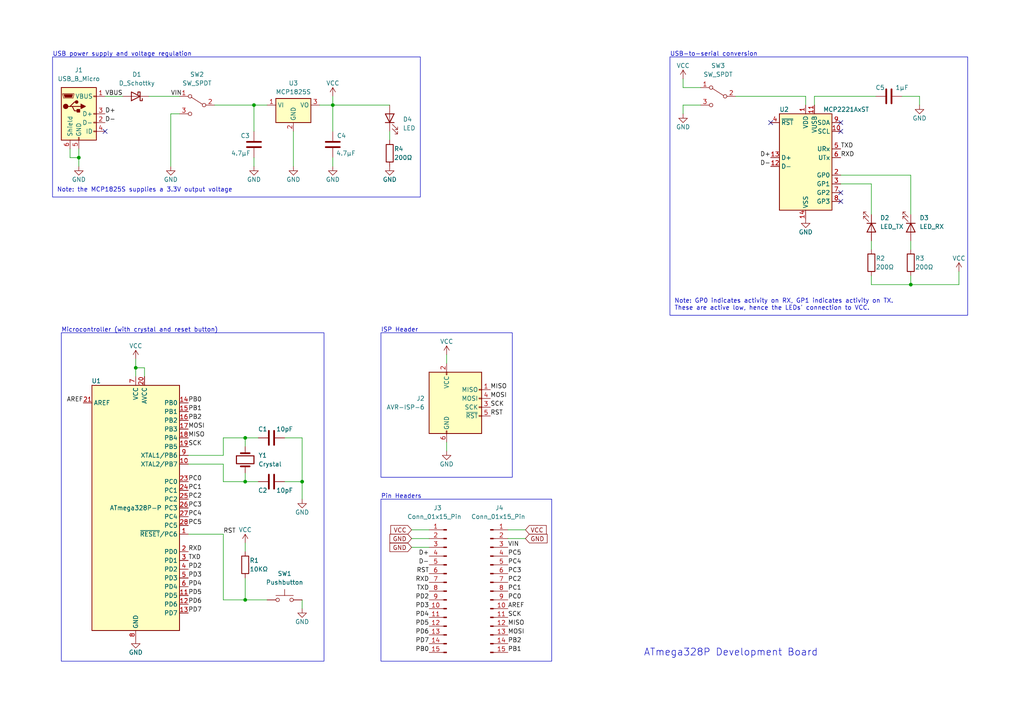
<source format=kicad_sch>
(kicad_sch (version 20230121) (generator eeschema)
  (paper "A4")
  (lib_symbols
    (symbol "Connector:AVR-ISP-6" (pin_names (offset 1.016))
      (property "Reference" "J" (at -6.35 11.43 0))
      (property "Value" "AVR-ISP-6" (at 0 11.43 0))
      (symbol "AVR-ISP-6_0_1"
        (rectangle (start -2.667 -6.858) (end -2.413 -7.62))
        (rectangle (start -2.667 10.16) (end -2.413 9.398))
        (rectangle (start 7.62 -2.413) (end 6.858 -2.667))
        (rectangle (start 7.62 0.127) (end 6.858 -0.127))
        (rectangle (start 7.62 2.667) (end 6.858 2.413))
        (rectangle (start 7.62 5.207) (end 6.858 4.953))
        (rectangle (start 7.62 10.16) (end -7.62 -7.62) (stroke (width 0.254)) (fill (type background)))
      )
      (symbol "AVR-ISP-6_1_1"
        (pin passive line (at 10.16 5.08 180) (length 2.54) (name "MISO") (number "1"))
        (pin passive line (at -2.54 12.7 270) (length 2.54) (name "VCC") (number "2"))
        (pin passive line (at 10.16 0 180) (length 2.54) (name "SCK") (number "3"))
        (pin passive line (at 10.16 2.54 180) (length 2.54) (name "MOSI") (number "4"))
        (pin passive line (at 10.16 -2.54 180) (length 2.54) (name "~{RST}") (number "5"))
        (pin passive line (at -2.54 -10.16 90) (length 2.54) (name "GND") (number "6"))
      )
    )
    (symbol "Connector:Conn_01x15_Pin" (pin_names (offset 1.016) hide)
      (property "Reference" "J" (at 0 20.32 0))
      (property "Value" "Conn_01x15_Pin" (at 0 -20.32 0))
      (symbol "Conn_01x15_Pin_1_1"
        (polyline (pts (xy 1.27 -17.78) (xy 0.8636 -17.78)) (stroke (width 0.1524)))
        (polyline (pts (xy 1.27 -15.24) (xy 0.8636 -15.24)) (stroke (width 0.1524)))
        (polyline (pts (xy 1.27 -12.7) (xy 0.8636 -12.7)) (stroke (width 0.1524)))
        (polyline (pts (xy 1.27 -10.16) (xy 0.8636 -10.16)) (stroke (width 0.1524)))
        (polyline (pts (xy 1.27 -7.62) (xy 0.8636 -7.62)) (stroke (width 0.1524)))
        (polyline (pts (xy 1.27 -5.08) (xy 0.8636 -5.08)) (stroke (width 0.1524)))
        (polyline (pts (xy 1.27 -2.54) (xy 0.8636 -2.54)) (stroke (width 0.1524)))
        (polyline (pts (xy 1.27 0) (xy 0.8636 0)) (stroke (width 0.1524)))
        (polyline (pts (xy 1.27 2.54) (xy 0.8636 2.54)) (stroke (width 0.1524)))
        (polyline (pts (xy 1.27 5.08) (xy 0.8636 5.08)) (stroke (width 0.1524)))
        (polyline (pts (xy 1.27 7.62) (xy 0.8636 7.62)) (stroke (width 0.1524)))
        (polyline (pts (xy 1.27 10.16) (xy 0.8636 10.16)) (stroke (width 0.1524)))
        (polyline (pts (xy 1.27 12.7) (xy 0.8636 12.7)) (stroke (width 0.1524)))
        (polyline (pts (xy 1.27 15.24) (xy 0.8636 15.24)) (stroke (width 0.1524)))
        (polyline (pts (xy 1.27 17.78) (xy 0.8636 17.78)) (stroke (width 0.1524)))
        (rectangle (start 0.8636 -17.653) (end 0 -17.907) (stroke (width 0.1524)) (fill (type outline)))
        (rectangle (start 0.8636 -15.113) (end 0 -15.367) (stroke (width 0.1524)) (fill (type outline)))
        (rectangle (start 0.8636 -12.573) (end 0 -12.827) (stroke (width 0.1524)) (fill (type outline)))
        (rectangle (start 0.8636 -10.033) (end 0 -10.287) (stroke (width 0.1524)) (fill (type outline)))
        (rectangle (start 0.8636 -7.493) (end 0 -7.747) (stroke (width 0.1524)) (fill (type outline)))
        (rectangle (start 0.8636 -4.953) (end 0 -5.207) (stroke (width 0.1524)) (fill (type outline)))
        (rectangle (start 0.8636 -2.413) (end 0 -2.667) (stroke (width 0.1524)) (fill (type outline)))
        (rectangle (start 0.8636 0.127) (end 0 -0.127) (stroke (width 0.1524)) (fill (type outline)))
        (rectangle (start 0.8636 2.667) (end 0 2.413) (stroke (width 0.1524)) (fill (type outline)))
        (rectangle (start 0.8636 5.207) (end 0 4.953) (stroke (width 0.1524)) (fill (type outline)))
        (rectangle (start 0.8636 7.747) (end 0 7.493) (stroke (width 0.1524)) (fill (type outline)))
        (rectangle (start 0.8636 10.287) (end 0 10.033) (stroke (width 0.1524)) (fill (type outline)))
        (rectangle (start 0.8636 12.827) (end 0 12.573) (stroke (width 0.1524)) (fill (type outline)))
        (rectangle (start 0.8636 15.367) (end 0 15.113) (stroke (width 0.1524)) (fill (type outline)))
        (rectangle (start 0.8636 17.907) (end 0 17.653) (stroke (width 0.1524)) (fill (type outline)))
        (pin passive line (at 5.08 17.78 180) (length 3.81) (name "Pin_1") (number "1"))
        (pin passive line (at 5.08 -5.08 180) (length 3.81) (name "Pin_10") (number "10"))
        (pin passive line (at 5.08 -7.62 180) (length 3.81) (name "Pin_11") (number "11"))
        (pin passive line (at 5.08 -10.16 180) (length 3.81) (name "Pin_12") (number "12"))
        (pin passive line (at 5.08 -12.7 180) (length 3.81) (name "Pin_13") (number "13"))
        (pin passive line (at 5.08 -15.24 180) (length 3.81) (name "Pin_14") (number "14"))
        (pin passive line (at 5.08 -17.78 180) (length 3.81) (name "Pin_15") (number "15"))
        (pin passive line (at 5.08 15.24 180) (length 3.81) (name "Pin_2") (number "2"))
        (pin passive line (at 5.08 12.7 180) (length 3.81) (name "Pin_3") (number "3"))
        (pin passive line (at 5.08 10.16 180) (length 3.81) (name "Pin_4") (number "4"))
        (pin passive line (at 5.08 7.62 180) (length 3.81) (name "Pin_5") (number "5"))
        (pin passive line (at 5.08 5.08 180) (length 3.81) (name "Pin_6") (number "6"))
        (pin passive line (at 5.08 2.54 180) (length 3.81) (name "Pin_7") (number "7"))
        (pin passive line (at 5.08 0 180) (length 3.81) (name "Pin_8") (number "8"))
        (pin passive line (at 5.08 -2.54 180) (length 3.81) (name "Pin_9") (number "9"))
      )
    )
    (symbol "Connector:USB_B_Micro" (pin_names (offset 1.016))
      (property "Reference" "J" (at -5.08 11.43 0))
      (property "Value" "USB_B_Micro" (at -5.08 8.89 0))
      (symbol "USB_B_Micro_0_1"
        (rectangle (start -5.08 -7.62) (end 5.08 7.62) (stroke (width 0.254)) (fill (type background)))
        (circle (center -3.81 2.159) (radius 0.635) (stroke (width 0.254)) (fill (type outline)))
        (circle (center -0.635 3.429) (radius 0.381) (stroke (width 0.254)) (fill (type outline)))
        (rectangle (start -0.127 -7.62) (end 0.127 -6.858))
        (polyline (pts (xy -1.905 2.159) (xy 0.635 2.159)) (stroke (width 0.254)))
        (polyline (pts (xy -3.175 2.159) (xy -2.54 2.159) (xy -1.27 3.429) (xy -0.635 3.429)) (stroke (width 0.254)))
        (polyline (pts (xy -2.54 2.159) (xy -1.905 2.159) (xy -1.27 0.889) (xy 0 0.889)) (stroke (width 0.254)))
        (polyline (pts (xy 0.635 2.794) (xy 0.635 1.524) (xy 1.905 2.159) (xy 0.635 2.794)) (stroke (width 0.254)) (fill (type outline)))
        (polyline (pts (xy -4.318 5.588) (xy -1.778 5.588) (xy -2.032 4.826) (xy -4.064 4.826) (xy -4.318 5.588)) (fill (type outline)))
        (polyline (pts (xy -4.699 5.842) (xy -4.699 5.588) (xy -4.445 4.826) (xy -4.445 4.572) (xy -1.651 4.572) (xy -1.651 4.826) (xy -1.397 5.588) (xy -1.397 5.842) (xy -4.699 5.842)))
        (rectangle (start 0.254 1.27) (end -0.508 0.508) (stroke (width 0.254)) (fill (type outline)))
        (rectangle (start 5.08 -5.207) (end 4.318 -4.953))
        (rectangle (start 5.08 -2.667) (end 4.318 -2.413))
        (rectangle (start 5.08 -0.127) (end 4.318 0.127))
        (rectangle (start 5.08 4.953) (end 4.318 5.207))
      )
      (symbol "USB_B_Micro_1_1"
        (pin power_out line (at 7.62 5.08 180) (length 2.54) (name "VBUS") (number "1"))
        (pin bidirectional line (at 7.62 -2.54 180) (length 2.54) (name "D-") (number "2"))
        (pin bidirectional line (at 7.62 0 180) (length 2.54) (name "D+") (number "3"))
        (pin passive line (at 7.62 -5.08 180) (length 2.54) (name "ID") (number "4"))
        (pin power_out line (at 0 -10.16 90) (length 2.54) (name "GND") (number "5"))
        (pin passive line (at -2.54 -10.16 90) (length 2.54) (name "Shield") (number "6"))
      )
    )
    (symbol "Device:C" (pin_numbers hide) (pin_names (offset 0.254))
      (property "Reference" "C" (at 0.635 2.54 0))
      (property "Value" "C" (at 0.635 -2.54 0))
      (symbol "C_0_1"
        (polyline (pts (xy -2.032 -0.762) (xy 2.032 -0.762)) (stroke (width 0.508)))
        (polyline (pts (xy -2.032 0.762) (xy 2.032 0.762)) (stroke (width 0.508)))
      )
      (symbol "C_1_1"
        (pin passive line (at 0 3.81 270) (length 2.794) (name "~") (number "1"))
        (pin passive line (at 0 -3.81 90) (length 2.794) (name "~") (number "2"))
      )
    )
    (symbol "Device:Crystal" (pin_numbers hide) (pin_names (offset 1.016) hide)
      (property "Reference" "Y" (at 0 3.81 0))
      (property "Value" "Crystal" (at 0 -3.81 0))
      (symbol "Crystal_0_1"
        (rectangle (start -1.143 2.54) (end 1.143 -2.54) (stroke (width 0.3048)))
        (polyline (pts (xy -2.54 0) (xy -1.905 0)))
        (polyline (pts (xy -1.905 -1.27) (xy -1.905 1.27)) (stroke (width 0.508)))
        (polyline (pts (xy 1.905 -1.27) (xy 1.905 1.27)) (stroke (width 0.508)))
        (polyline (pts (xy 2.54 0) (xy 1.905 0)))
      )
      (symbol "Crystal_1_1"
        (pin passive line (at -3.81 0 0) (length 1.27) (name "1") (number "1"))
        (pin passive line (at 3.81 0 180) (length 1.27) (name "2") (number "2"))
      )
    )
    (symbol "Device:D_Schottky" (pin_numbers hide) (pin_names (offset 1.016) hide)
      (property "Reference" "D" (at 0 2.54 0))
      (property "Value" "D_Schottky" (at 0 -2.54 0))
      (symbol "D_Schottky_0_1"
        (polyline (pts (xy 1.27 0) (xy -1.27 0)))
        (polyline (pts (xy 1.27 1.27) (xy 1.27 -1.27) (xy -1.27 0) (xy 1.27 1.27)) (stroke (width 0.254)))
        (polyline (pts (xy -1.905 0.635) (xy -1.905 1.27) (xy -1.27 1.27) (xy -1.27 -1.27) (xy -0.635 -1.27) (xy -0.635 -0.635)) (stroke (width 0.254)))
      )
      (symbol "D_Schottky_1_1"
        (pin passive line (at -3.81 0 0) (length 2.54) (name "K") (number "1"))
        (pin passive line (at 3.81 0 180) (length 2.54) (name "A") (number "2"))
      )
    )
    (symbol "Device:LED" (pin_numbers hide) (pin_names (offset 1.016) hide)
      (property "Reference" "D" (at 0 2.54 0))
      (property "Value" "LED" (at 0 -2.54 0))
      (symbol "LED_0_1"
        (polyline (pts (xy -1.27 -1.27) (xy -1.27 1.27)) (stroke (width 0.254)))
        (polyline (pts (xy -1.27 0) (xy 1.27 0)))
        (polyline (pts (xy 1.27 -1.27) (xy 1.27 1.27) (xy -1.27 0) (xy 1.27 -1.27)) (stroke (width 0.254)))
        (polyline (pts (xy -3.048 -0.762) (xy -4.572 -2.286) (xy -3.81 -2.286) (xy -4.572 -2.286) (xy -4.572 -1.524)))
        (polyline (pts (xy -1.778 -0.762) (xy -3.302 -2.286) (xy -2.54 -2.286) (xy -3.302 -2.286) (xy -3.302 -1.524)))
      )
      (symbol "LED_1_1"
        (pin passive line (at -3.81 0 0) (length 2.54) (name "K") (number "1"))
        (pin passive line (at 3.81 0 180) (length 2.54) (name "A") (number "2"))
      )
    )
    (symbol "Device:R" (pin_numbers hide) (pin_names (offset 0))
      (property "Reference" "R" (at 2.032 0 90))
      (property "Value" "R" (at 0 0 90))
      (symbol "R_0_1"
        (rectangle (start -1.016 -2.54) (end 1.016 2.54) (stroke (width 0.254)))
      )
      (symbol "R_1_1"
        (pin passive line (at 0 3.81 270) (length 1.27) (name "~") (number "1"))
        (pin passive line (at 0 -3.81 90) (length 1.27) (name "~") (number "2"))
      )
    )
    (symbol "Interface_USB:MCP2221AxST"
      (property "Reference" "U" (at -7.62 16.51 0))
      (property "Value" "MCP2221AxST" (at 12.7 16.51 0))
      (symbol "MCP2221AxST_0_1"
        (rectangle (start -7.62 15.24) (end 7.62 -12.7) (stroke (width 0.254)) (fill (type background)))
      )
      (symbol "MCP2221AxST_1_1"
        (pin power_in line (at 0 17.78 270) (length 2.54) (name "VDD") (number "1"))
        (pin bidirectional line (at 10.16 10.16 180) (length 2.54) (name "SCL") (number "10"))
        (pin passive line (at 2.54 17.78 270) (length 2.54) (name "VUSB") (number "11"))
        (pin bidirectional line (at -10.16 0 0) (length 2.54) (name "D-") (number "12"))
        (pin bidirectional line (at -10.16 2.54 0) (length 2.54) (name "D+") (number "13"))
        (pin power_in line (at 0 -15.24 90) (length 2.54) (name "VSS") (number "14"))
        (pin bidirectional line (at 10.16 -2.54 180) (length 2.54) (name "GP0") (number "2"))
        (pin bidirectional line (at 10.16 -5.08 180) (length 2.54) (name "GP1") (number "3"))
        (pin input line (at -10.16 12.7 0) (length 2.54) (name "~{RST}") (number "4"))
        (pin input line (at 10.16 5.08 180) (length 2.54) (name "URx") (number "5"))
        (pin output line (at 10.16 2.54 180) (length 2.54) (name "UTx") (number "6"))
        (pin bidirectional line (at 10.16 -7.62 180) (length 2.54) (name "GP2") (number "7"))
        (pin bidirectional line (at 10.16 -10.16 180) (length 2.54) (name "GP3") (number "8"))
        (pin bidirectional line (at 10.16 12.7 180) (length 2.54) (name "SDA") (number "9"))
      )
    )
    (symbol "MCU_Microchip_ATmega:ATmega328P-P"
      (property "Reference" "U" (at -12.7 36.83 0))
      (property "Value" "ATmega328P-P" (at 2.54 -36.83 0))
      (symbol "ATmega328P-P_0_1"
        (rectangle (start -12.7 -35.56) (end 12.7 35.56) (stroke (width 0.254)) (fill (type background)))
      )
      (symbol "ATmega328P-P_1_1"
        (pin bidirectional line (at 15.24 -7.62 180) (length 2.54) (name "~{RESET}/PC6") (number "1"))
        (pin bidirectional line (at 15.24 12.7 180) (length 2.54) (name "XTAL2/PB7") (number "10"))
        (pin bidirectional line (at 15.24 -25.4 180) (length 2.54) (name "PD5") (number "11"))
        (pin bidirectional line (at 15.24 -27.94 180) (length 2.54) (name "PD6") (number "12"))
        (pin bidirectional line (at 15.24 -30.48 180) (length 2.54) (name "PD7") (number "13"))
        (pin bidirectional line (at 15.24 30.48 180) (length 2.54) (name "PB0") (number "14"))
        (pin bidirectional line (at 15.24 27.94 180) (length 2.54) (name "PB1") (number "15"))
        (pin bidirectional line (at 15.24 25.4 180) (length 2.54) (name "PB2") (number "16"))
        (pin bidirectional line (at 15.24 22.86 180) (length 2.54) (name "PB3") (number "17"))
        (pin bidirectional line (at 15.24 20.32 180) (length 2.54) (name "PB4") (number "18"))
        (pin bidirectional line (at 15.24 17.78 180) (length 2.54) (name "PB5") (number "19"))
        (pin bidirectional line (at 15.24 -12.7 180) (length 2.54) (name "PD0") (number "2"))
        (pin power_in line (at 2.54 38.1 270) (length 2.54) (name "AVCC") (number "20"))
        (pin passive line (at -15.24 30.48 0) (length 2.54) (name "AREF") (number "21"))
        (pin passive line (at 0 -38.1 90) (length 2.54) hide (name "GND") (number "22"))
        (pin bidirectional line (at 15.24 7.62 180) (length 2.54) (name "PC0") (number "23"))
        (pin bidirectional line (at 15.24 5.08 180) (length 2.54) (name "PC1") (number "24"))
        (pin bidirectional line (at 15.24 2.54 180) (length 2.54) (name "PC2") (number "25"))
        (pin bidirectional line (at 15.24 0 180) (length 2.54) (name "PC3") (number "26"))
        (pin bidirectional line (at 15.24 -2.54 180) (length 2.54) (name "PC4") (number "27"))
        (pin bidirectional line (at 15.24 -5.08 180) (length 2.54) (name "PC5") (number "28"))
        (pin bidirectional line (at 15.24 -15.24 180) (length 2.54) (name "PD1") (number "3"))
        (pin bidirectional line (at 15.24 -17.78 180) (length 2.54) (name "PD2") (number "4"))
        (pin bidirectional line (at 15.24 -20.32 180) (length 2.54) (name "PD3") (number "5"))
        (pin bidirectional line (at 15.24 -22.86 180) (length 2.54) (name "PD4") (number "6"))
        (pin power_in line (at 0 38.1 270) (length 2.54) (name "VCC") (number "7"))
        (pin power_in line (at 0 -38.1 90) (length 2.54) (name "GND") (number "8"))
        (pin bidirectional line (at 15.24 15.24 180) (length 2.54) (name "XTAL1/PB6") (number "9"))
      )
    )
    (symbol "Regulator_Linear:MCP1825S"
      (property "Reference" "U" (at -3.81 3.175 0))
      (property "Value" "MCP1825S" (at 0 3.175 0))
      (symbol "MCP1825S_0_1"
        (rectangle (start -5.08 1.905) (end 5.08 -5.08) (stroke (width 0.254)) (fill (type background)))
      )
      (symbol "MCP1825S_1_1"
        (pin power_in line (at -7.62 0 0) (length 2.54) (name "VI") (number "1"))
        (pin power_in line (at 0 -7.62 90) (length 2.54) (name "GND") (number "2"))
        (pin power_out line (at 7.62 0 180) (length 2.54) (name "VO") (number "3"))
      )
    )
    (symbol "Switch:SW_Push" (pin_numbers hide) (pin_names (offset 1.016) hide)
      (property "Reference" "SW" (at 1.27 2.54 0))
      (property "Value" "SW_Push" (at 0 -1.524 0))
      (symbol "SW_Push_0_1"
        (circle (center -2.032 0) (radius 0.508))
        (polyline (pts (xy 0 1.27) (xy 0 3.048)))
        (polyline (pts (xy 2.54 1.27) (xy -2.54 1.27)))
        (circle (center 2.032 0) (radius 0.508))
        (pin passive line (at -5.08 0 0) (length 2.54) (name "1") (number "1"))
        (pin passive line (at 5.08 0 180) (length 2.54) (name "2") (number "2"))
      )
    )
    (symbol "Switch:SW_SPDT" (pin_names (offset 0) hide)
      (property "Reference" "SW" (at 0 4.318 0))
      (property "Value" "SW_SPDT" (at 0 -5.08 0))
      (symbol "SW_SPDT_0_0"
        (circle (center -2.032 0) (radius 0.508))
        (circle (center 2.032 -2.54) (radius 0.508))
      )
      (symbol "SW_SPDT_0_1"
        (polyline (pts (xy -1.524 0.254) (xy 1.651 2.286)))
        (circle (center 2.032 2.54) (radius 0.508))
      )
      (symbol "SW_SPDT_1_1"
        (pin passive line (at 5.08 2.54 180) (length 2.54) (name "A") (number "1"))
        (pin passive line (at -5.08 0 0) (length 2.54) (name "B") (number "2"))
        (pin passive line (at 5.08 -2.54 180) (length 2.54) (name "C") (number "3"))
      )
    )
    (symbol "power:GND" (power) (pin_names (offset 0))
      (property "Value" "GND" (at 0 -3.81 0))
      (symbol "GND_0_1"
        (polyline (pts (xy 0 0) (xy 0 -1.27) (xy 1.27 -1.27) (xy 0 -2.54) (xy -1.27 -1.27) (xy 0 -1.27)))
      )
      (symbol "GND_1_1"
        (pin power_in line (at 0 0 270) (length 0) hide (name "GND") (number "1"))
      )
    )
    (symbol "power:VCC" (power) (pin_names (offset 0))
      (property "Value" "VCC" (at 0 3.81 0))
      (symbol "VCC_0_1"
        (polyline (pts (xy -0.762 1.27) (xy 0 2.54)))
        (polyline (pts (xy 0 0) (xy 0 2.54)))
        (polyline (pts (xy 0 2.54) (xy 0.762 1.27)))
      )
      (symbol "VCC_1_1"
        (pin power_in line (at 0 0 90) (length 0) hide (name "VCC") (number "1"))
      )
    )
  )
  (junction (at 73.66 30.48))
  (junction (at 71.12 173.99))
  (junction (at 87.63 139.7))
  (junction (at 71.12 127))
  (junction (at 22.86 45.72))
  (junction (at 39.37 106.68))
  (junction (at 71.12 139.7))
  (junction (at 96.52 30.48))
  (junction (at 264.16 82.55))
  (no_connect (at 243.84 55.88))
  (no_connect (at 243.84 38.1))
  (no_connect (at 223.52 35.56))
  (no_connect (at 30.48 38.1))
  (no_connect (at 243.84 35.56))
  (no_connect (at 243.84 58.42))
  (wire (pts (xy 243.84 53.34) (xy 252.73 53.34)))
  (wire (pts (xy 41.91 106.68) (xy 41.91 109.22)))
  (wire (pts (xy 198.12 22.86) (xy 198.12 25.4)))
  (wire (pts (xy 198.12 30.48) (xy 198.12 33.02)))
  (wire (pts (xy 203.2 30.48) (xy 198.12 30.48)))
  (wire (pts (xy 264.16 82.55) (xy 278.13 82.55)))
  (wire (pts (xy 152.4 156.21) (xy 147.32 156.21)))
  (wire (pts (xy 96.52 30.48) (xy 96.52 38.1)))
  (wire (pts (xy 252.73 80.01) (xy 252.73 82.55)))
  (wire (pts (xy 71.12 127) (xy 74.93 127)))
  (wire (pts (xy 49.53 33.02) (xy 52.07 33.02)))
  (wire (pts (xy 119.38 158.75) (xy 124.46 158.75)))
  (wire (pts (xy 82.55 139.7) (xy 87.63 139.7)))
  (wire (pts (xy 87.63 127) (xy 82.55 127)))
  (wire (pts (xy 252.73 82.55) (xy 264.16 82.55)))
  (wire (pts (xy 266.7 27.94) (xy 266.7 30.48)))
  (wire (pts (xy 264.16 80.01) (xy 264.16 82.55)))
  (wire (pts (xy 87.63 173.99) (xy 87.63 176.53)))
  (wire (pts (xy 49.53 48.26) (xy 49.53 33.02)))
  (wire (pts (xy 92.71 30.48) (xy 96.52 30.48)))
  (wire (pts (xy 54.61 132.08) (xy 64.77 132.08)))
  (wire (pts (xy 243.84 50.8) (xy 264.16 50.8)))
  (wire (pts (xy 30.48 27.94) (xy 35.56 27.94)))
  (wire (pts (xy 39.37 106.68) (xy 41.91 106.68)))
  (wire (pts (xy 152.4 153.67) (xy 147.32 153.67)))
  (wire (pts (xy 96.52 45.72) (xy 96.52 48.26)))
  (wire (pts (xy 71.12 139.7) (xy 74.93 139.7)))
  (wire (pts (xy 64.77 139.7) (xy 64.77 134.62)))
  (wire (pts (xy 71.12 167.64) (xy 71.12 173.99)))
  (wire (pts (xy 96.52 30.48) (xy 113.03 30.48)))
  (wire (pts (xy 261.62 27.94) (xy 266.7 27.94)))
  (wire (pts (xy 73.66 45.72) (xy 73.66 48.26)))
  (wire (pts (xy 22.86 45.72) (xy 22.86 43.18)))
  (wire (pts (xy 119.38 156.21) (xy 124.46 156.21)))
  (wire (pts (xy 252.73 69.85) (xy 252.73 72.39)))
  (wire (pts (xy 64.77 127) (xy 71.12 127)))
  (wire (pts (xy 73.66 30.48) (xy 73.66 38.1)))
  (wire (pts (xy 71.12 127) (xy 71.12 129.54)))
  (wire (pts (xy 20.32 43.18) (xy 20.32 45.72)))
  (wire (pts (xy 278.13 82.55) (xy 278.13 78.74)))
  (wire (pts (xy 96.52 27.94) (xy 96.52 30.48)))
  (wire (pts (xy 64.77 154.94) (xy 64.77 173.99)))
  (wire (pts (xy 252.73 53.34) (xy 252.73 62.23)))
  (wire (pts (xy 71.12 173.99) (xy 77.47 173.99)))
  (wire (pts (xy 264.16 69.85) (xy 264.16 72.39)))
  (wire (pts (xy 233.68 27.94) (xy 233.68 30.48)))
  (wire (pts (xy 43.18 27.94) (xy 52.07 27.94)))
  (wire (pts (xy 73.66 30.48) (xy 77.47 30.48)))
  (wire (pts (xy 39.37 109.22) (xy 39.37 106.68)))
  (wire (pts (xy 213.36 27.94) (xy 233.68 27.94)))
  (wire (pts (xy 64.77 132.08) (xy 64.77 127)))
  (wire (pts (xy 236.22 27.94) (xy 254 27.94)))
  (wire (pts (xy 64.77 173.99) (xy 71.12 173.99)))
  (wire (pts (xy 54.61 134.62) (xy 64.77 134.62)))
  (wire (pts (xy 85.09 38.1) (xy 85.09 48.26)))
  (wire (pts (xy 113.03 38.1) (xy 113.03 40.64)))
  (wire (pts (xy 71.12 139.7) (xy 64.77 139.7)))
  (wire (pts (xy 39.37 104.14) (xy 39.37 106.68)))
  (wire (pts (xy 54.61 154.94) (xy 64.77 154.94)))
  (wire (pts (xy 236.22 30.48) (xy 236.22 27.94)))
  (wire (pts (xy 198.12 25.4) (xy 203.2 25.4)))
  (wire (pts (xy 129.54 128.27) (xy 129.54 130.81)))
  (wire (pts (xy 87.63 127) (xy 87.63 139.7)))
  (wire (pts (xy 87.63 144.78) (xy 87.63 139.7)))
  (wire (pts (xy 71.12 139.7) (xy 71.12 137.16)))
  (wire (pts (xy 62.23 30.48) (xy 73.66 30.48)))
  (wire (pts (xy 129.54 102.87) (xy 129.54 105.41)))
  (wire (pts (xy 22.86 48.26) (xy 22.86 45.72)))
  (wire (pts (xy 71.12 157.48) (xy 71.12 160.02)))
  (wire (pts (xy 20.32 45.72) (xy 22.86 45.72)))
  (wire (pts (xy 264.16 50.8) (xy 264.16 62.23)))
  (wire (pts (xy 119.38 153.67) (xy 124.46 153.67)))
  (rectangle (start 110.49 96.52) (end 148.59 138.43))
  (rectangle (start 110.49 144.78) (end 160.02 191.77))
  (rectangle (start 194.31 16.51) (end 280.67 91.44))
  (rectangle (start 15.24 16.51) (end 121.92 57.15))
  (rectangle (start 17.78 96.52) (end 93.98 191.77))
  (text "ISP Header" (at 110.49 96.52 0) (effects (font (size 1.27 1.27)) (justify left bottom)))
  (text "Pin Headers" (at 110.49 144.78 0) (effects (font (size 1.27 1.27)) (justify left bottom)))
  (text "USB-to-serial conversion" (at 194.31 16.51 0) (effects (font (size 1.27 1.27)) (justify left bottom)))
  (text "ATmega328P Development Board" (at 186.69 190.5 0) (effects (font (size 2.032 2.032)) (justify left bottom)))
  (text "Note: the MCP1825S supplies a 3.3V output voltage" (at 16.51 55.88 0) (effects (font (size 1.27 1.27)) (justify left bottom)))
  (text "Microcontroller (with crystal and reset button)" (at 17.78 96.52 0) (effects (font (size 1.27 1.27)) (justify left bottom)))
  (text "Note: GP0 indicates activity on RX, GP1 indicates activity on TX. \nThese are active low, hence the LEDs' connection to VCC." (at 195.58 90.17 0) (effects (font (size 1.27 1.27)) (justify left bottom)))
  (text "USB power supply and voltage regulation" (at 15.24 16.51 0) (effects (font (size 1.27 1.27)) (justify left bottom)))
  (label "MOSI" (at 147.32 184.15 0))
  (label "SCK" (at 142.24 118.11 0))
  (label "PC1" (at 54.61 142.24 0))
  (label "PD5" (at 124.46 181.61 180))
  (label "PC4" (at 147.32 163.83 0))
  (label "PC4" (at 54.61 149.86 0))
  (label "PD3" (at 124.46 176.53 180))
  (label "PC5" (at 54.61 152.4 0))
  (label "RXD" (at 54.61 160.02 0))
  (label "PC2" (at 147.32 168.91 0))
  (label "D+" (at 124.46 161.29 180))
  (label "PB1" (at 54.61 119.38 0))
  (label "MISO" (at 54.61 127 0))
  (label "MISO" (at 147.32 181.61 0))
  (label "D-" (at 30.48 35.56 0))
  (label "RST" (at 142.24 120.65 0))
  (label "RXD" (at 124.46 168.91 180))
  (label "PD2" (at 124.46 173.99 180))
  (label "TXD" (at 54.61 162.56 0))
  (label "PC0" (at 147.32 173.99 0))
  (label "PD7" (at 54.61 177.8 0))
  (label "PB2" (at 147.32 186.69 0))
  (label "MISO" (at 142.24 113.03 0))
  (label "RST" (at 64.77 154.94 0))
  (label "PC5" (at 147.32 161.29 0))
  (label "MOSI" (at 54.61 124.46 0))
  (label "D+" (at 30.48 33.02 0))
  (label "PD2" (at 54.61 165.1 0))
  (label "PC3" (at 54.61 147.32 0))
  (label "VIN" (at 147.32 158.75 0))
  (label "RXD" (at 243.84 45.72 0))
  (label "PD3" (at 54.61 167.64 0))
  (label "TXD" (at 243.84 43.18 0))
  (label "PB1" (at 147.32 189.23 0))
  (label "PD7" (at 124.46 186.69 180))
  (label "PB2" (at 54.61 121.92 0))
  (label "PD5" (at 54.61 172.72 0))
  (label "D-" (at 124.46 163.83 180))
  (label "D+" (at 223.52 45.72 180))
  (label "PB0" (at 54.61 116.84 0))
  (label "PC1" (at 147.32 171.45 0))
  (label "PB0" (at 124.46 189.23 180))
  (label "MOSI" (at 142.24 115.57 0))
  (label "RST" (at 124.46 166.37 180))
  (label "AREF" (at 24.13 116.84 180))
  (label "PD6" (at 54.61 175.26 0))
  (label "PC2" (at 54.61 144.78 0))
  (label "VBUS" (at 30.48 27.94 0))
  (label "PC0" (at 54.61 139.7 0))
  (label "SCK" (at 54.61 129.54 0))
  (label "AREF" (at 147.32 176.53 0))
  (label "PD4" (at 124.46 179.07 180))
  (label "SCK" (at 147.32 179.07 0))
  (label "PD4" (at 54.61 170.18 0))
  (label "PC3" (at 147.32 166.37 0))
  (label "TXD" (at 124.46 171.45 180))
  (label "VIN" (at 49.53 27.94 0))
  (label "PD6" (at 124.46 184.15 180))
  (label "D-" (at 223.52 48.26 180))
  (global_label "VCC" (shape input) (at 119.38 153.67 180) (property "Intersheetrefs" "${INTERSHEET_REFS}" (effects hide)))
  (global_label "GND" (shape input) (at 119.38 156.21 180) (property "Intersheetrefs" "${INTERSHEET_REFS}" (effects hide)))
  (global_label "GND" (shape input) (at 119.38 158.75 180) (property "Intersheetrefs" "${INTERSHEET_REFS}" (effects hide)))
  (global_label "VCC" (shape input) (at 152.4 153.67 0) (property "Intersheetrefs" "${INTERSHEET_REFS}" (effects hide)))
  (global_label "GND" (shape input) (at 152.4 156.21 0) (property "Intersheetrefs" "${INTERSHEET_REFS}" (effects hide)))
  (symbol (lib_id "power:GND") (at 73.66 48.26 0) (unit 1)
    (property "Reference" "#PWR08" (effects hide))
    (property "Value" "GND" (at 73.66 52.07 0))
  )
  (symbol (lib_id "Connector:Conn_01x15_Pin") (at 142.24 171.45 0) (unit 1)
    (property "Reference" "J4" (at 146.05 147.32 0) (effects (justify right)))
    (property "Value" "Conn_01x15_Pin" (at 152.4 149.86 0) (effects (justify right)))
    (property "Footprint" "Connector_PinHeader_2.54mm:PinHeader_1x15_P2.54mm_Vertical" (effects hide))
  )
  (symbol (lib_id "Connector:Conn_01x15_Pin") (at 129.54 171.45 0) (mirror y) (unit 1)
    (property "Reference" "J3" (at 125.73 147.32 0) (effects (justify right)))
    (property "Value" "Conn_01x15_Pin" (at 118.11 149.86 0) (effects (justify right)))
    (property "Footprint" "Connector_PinHeader_2.54mm:PinHeader_1x15_P2.54mm_Vertical" (effects hide))
  )
  (symbol (lib_id "Switch:SW_Push") (at 82.55 173.99 0) (unit 1)
    (property "Reference" "SW1" (at 82.55 166.37 0))
    (property "Value" "Pushbutton" (at 82.55 168.91 0))
    (property "Footprint" "Button_Switch_THT:SW_PUSH_6mm" (effects hide))
  )
  (symbol (lib_id "Regulator_Linear:MCP1825S") (at 85.09 30.48 0) (unit 1)
    (property "Reference" "U3" (at 85.09 24.13 0))
    (property "Value" "MCP1825S" (at 85.09 26.67 0))
    (property "Footprint" "Package_TO_SOT_SMD:SOT-223-3_TabPin2" (effects hide))
    (property "Datasheet" "http://ww1.microchip.com/downloads/en/devicedoc/22056b.pdf" (effects hide))
  )
  (symbol (lib_id "power:GND") (at 49.53 48.26 0) (unit 1)
    (property "Reference" "#PWR07" (effects hide))
    (property "Value" "GND" (at 49.53 52.07 0))
  )
  (symbol (lib_id "power:GND") (at 198.12 33.02 0) (unit 1)
    (property "Reference" "#PWR013" (effects hide))
    (property "Value" "GND" (at 198.12 36.83 0))
  )
  (symbol (lib_id "Device:R") (at 113.03 44.45 0) (unit 1)
    (property "Reference" "R4" (at 114.3 43.18 0) (effects (justify left)))
    (property "Value" "200Ω" (at 114.3 45.72 0) (effects (justify left)))
    (property "Footprint" "Resistor_SMD:R_0805_2012Metric_Pad1.20x1.40mm_HandSolder" (effects hide))
  )
  (symbol (lib_id "Switch:SW_SPDT") (at 57.15 30.48 0) (mirror y) (unit 1)
    (property "Reference" "SW2" (at 57.15 21.59 0))
    (property "Value" "SW_SPDT" (at 57.15 24.13 0))
    (property "Footprint" "devboard:slide_switch" (effects hide))
  )
  (symbol (lib_id "power:GND") (at 129.54 130.81 0) (unit 1)
    (property "Reference" "#PWR018" (effects hide))
    (property "Value" "GND" (at 129.54 134.62 0))
  )
  (symbol (lib_id "power:GND") (at 113.03 48.26 0) (unit 1)
    (property "Reference" "#PWR019" (effects hide))
    (property "Value" "GND" (at 113.03 52.07 0))
  )
  (symbol (lib_id "Connector:AVR-ISP-6") (at 132.08 118.11 0) (unit 1)
    (property "Reference" "J2" (at 123.19 115.57 0) (effects (justify right)))
    (property "Value" "AVR-ISP-6" (at 123.19 118.11 0) (effects (justify right)))
    (property "Footprint" "Connector_IDC:IDC-Header_2x03_P2.54mm_Vertical" (effects hide))
    (property "Datasheet" " ~" (effects hide))
  )
  (symbol (lib_id "Device:R") (at 252.73 76.2 0) (unit 1)
    (property "Reference" "R2" (at 254 74.93 0) (effects (justify left)))
    (property "Value" "200Ω" (at 254 77.47 0) (effects (justify left)))
    (property "Footprint" "Resistor_SMD:R_0805_2012Metric_Pad1.20x1.40mm_HandSolder" (effects hide))
  )
  (symbol (lib_id "Switch:SW_SPDT") (at 208.28 27.94 0) (mirror y) (unit 1)
    (property "Reference" "SW3" (at 208.28 19.05 0))
    (property "Value" "SW_SPDT" (at 208.28 21.59 0))
    (property "Footprint" "devboard:slide_switch" (effects hide))
  )
  (symbol (lib_id "Device:R") (at 71.12 163.83 0) (unit 1)
    (property "Reference" "R1" (at 72.39 162.56 0) (effects (justify left)))
    (property "Value" "10KΩ" (at 72.39 165.1 0) (effects (justify left)))
    (property "Footprint" "Resistor_SMD:R_0805_2012Metric_Pad1.20x1.40mm_HandSolder" (effects hide))
  )
  (symbol (lib_id "Device:C") (at 78.74 139.7 270) (unit 1)
    (property "Reference" "C2" (at 76.2 142.24 90))
    (property "Value" "10pF" (at 82.55 142.24 90))
    (property "Footprint" "Capacitor_SMD:C_0805_2012Metric_Pad1.18x1.45mm_HandSolder" (effects hide))
  )
  (symbol (lib_id "power:GND") (at 39.37 185.42 0) (unit 1)
    (property "Reference" "#PWR01" (effects hide))
    (property "Value" "GND" (at 39.37 189.23 0))
  )
  (symbol (lib_id "power:VCC") (at 129.54 102.87 0) (unit 1)
    (property "Reference" "#PWR017" (effects hide))
    (property "Value" "VCC" (at 129.54 99.06 0))
  )
  (symbol (lib_id "MCU_Microchip_ATmega:ATmega328P-P") (at 39.37 147.32 0) (unit 1)
    (property "Reference" "U1" (at 27.94 110.49 0))
    (property "Value" "ATmega328P-P" (at 39.37 147.32 0))
    (property "Footprint" "Package_DIP:DIP-28_W7.62mm" (effects hide))
    (property "Datasheet" "http://ww1.microchip.com/downloads/en/DeviceDoc/ATmega328_P%20AVR%20MCU%20with%20picoPower%20Technology%20Data%20Sheet%2040001984A.pdf" (effects hide))
  )
  (symbol (lib_id "Device:R") (at 264.16 76.2 0) (unit 1)
    (property "Reference" "R3" (at 265.43 74.93 0) (effects (justify left)))
    (property "Value" "200Ω" (at 265.43 77.47 0) (effects (justify left)))
    (property "Footprint" "Resistor_SMD:R_0805_2012Metric_Pad1.20x1.40mm_HandSolder" (effects hide))
  )
  (symbol (lib_id "power:VCC") (at 278.13 78.74 0) (unit 1)
    (property "Reference" "#PWR016" (effects hide))
    (property "Value" "VCC" (at 278.13 74.93 0))
  )
  (symbol (lib_id "Device:LED") (at 113.03 34.29 90) (unit 1)
    (property "Reference" "D4" (at 116.84 34.6075 90) (effects (justify right)))
    (property "Value" "LED" (at 116.84 37.1475 90) (effects (justify right)))
    (property "Footprint" "LED_SMD:LED_0805_2012Metric_Pad1.15x1.40mm_HandSolder" (effects hide))
  )
  (symbol (lib_id "Device:D_Schottky") (at 39.37 27.94 180) (unit 1)
    (property "Reference" "D1" (at 39.6875 21.59 0))
    (property "Value" "D_Schottky" (at 39.6875 24.13 0))
    (property "Footprint" "Diode_SMD:D_0805_2012Metric_Pad1.15x1.40mm_HandSolder" (effects hide))
  )
  (symbol (lib_id "power:GND") (at 87.63 144.78 0) (unit 1)
    (property "Reference" "#PWR03" (effects hide))
    (property "Value" "GND" (at 87.63 148.59 0))
  )
  (symbol (lib_id "Interface_USB:MCP2221AxST") (at 233.68 48.26 0) (unit 1)
    (property "Reference" "U2" (at 226.06 31.75 0) (effects (justify left)))
    (property "Value" "MCP2221AxST" (at 238.76 31.75 0) (effects (justify left)))
    (property "Footprint" "Package_SO:TSSOP-14_4.4x5mm_P0.65mm" (effects hide))
    (property "Datasheet" "http://ww1.microchip.com/downloads/en/DeviceDoc/20005565B.pdf" (effects hide))
  )
  (symbol (lib_id "Device:C") (at 73.66 41.91 0) (unit 1)
    (property "Reference" "C3" (at 71.12 39.37 0))
    (property "Value" "4.7μF" (at 69.85 44.45 0))
    (property "Footprint" "Capacitor_SMD:C_0805_2012Metric_Pad1.18x1.45mm_HandSolder" (effects hide))
  )
  (symbol (lib_id "Device:C") (at 96.52 41.91 180) (unit 1)
    (property "Reference" "C4" (at 99.06 39.37 0))
    (property "Value" "4.7μF" (at 100.33 44.45 0))
    (property "Footprint" "Capacitor_SMD:C_0805_2012Metric_Pad1.18x1.45mm_HandSolder" (effects hide))
  )
  (symbol (lib_id "Device:LED") (at 252.73 66.04 270) (unit 1)
    (property "Reference" "D2" (at 255.27 63.1825 90) (effects (justify left)))
    (property "Value" "LED_TX" (at 255.27 65.7225 90) (effects (justify left)))
    (property "Footprint" "LED_SMD:LED_0805_2012Metric_Pad1.15x1.40mm_HandSolder" (effects hide))
  )
  (symbol (lib_id "Device:C") (at 257.81 27.94 270) (unit 1)
    (property "Reference" "C5" (at 255.27 25.4 90))
    (property "Value" "1μF" (at 261.62 25.4 90))
    (property "Footprint" "Capacitor_SMD:C_0805_2012Metric_Pad1.18x1.45mm_HandSolder" (effects hide))
  )
  (symbol (lib_id "power:GND") (at 22.86 48.26 0) (unit 1)
    (property "Reference" "#PWR06" (effects hide))
    (property "Value" "GND" (at 22.86 52.07 0))
  )
  (symbol (lib_id "Device:LED") (at 264.16 66.04 270) (unit 1)
    (property "Reference" "D3" (at 266.7 63.1825 90) (effects (justify left)))
    (property "Value" "LED_RX" (at 266.7 65.7225 90) (effects (justify left)))
    (property "Footprint" "LED_SMD:LED_0805_2012Metric_Pad1.15x1.40mm_HandSolder" (effects hide))
  )
  (symbol (lib_id "power:GND") (at 85.09 48.26 0) (unit 1)
    (property "Reference" "#PWR09" (effects hide))
    (property "Value" "GND" (at 85.09 52.07 0))
  )
  (symbol (lib_id "Device:C") (at 78.74 127 270) (unit 1)
    (property "Reference" "C1" (at 76.2 124.46 90))
    (property "Value" "10pF" (at 82.55 124.46 90))
    (property "Footprint" "Capacitor_SMD:C_0805_2012Metric_Pad1.18x1.45mm_HandSolder" (effects hide))
  )
  (symbol (lib_id "Device:Crystal") (at 71.12 133.35 90) (unit 1)
    (property "Reference" "Y1" (at 74.93 132.08 90) (effects (justify right)))
    (property "Value" "Crystal" (at 74.93 134.62 90) (effects (justify right)))
    (property "Footprint" "Crystal:Crystal_HC49-U_Vertical" (effects hide))
  )
  (symbol (lib_id "power:VCC") (at 96.52 27.94 0) (unit 1)
    (property "Reference" "#PWR011" (effects hide))
    (property "Value" "VCC" (at 96.52 24.13 0))
  )
  (symbol (lib_id "power:GND") (at 233.68 63.5 0) (unit 1)
    (property "Reference" "#PWR015" (effects hide))
    (property "Value" "GND" (at 233.68 67.31 0))
  )
  (symbol (lib_id "power:GND") (at 87.63 176.53 0) (unit 1)
    (property "Reference" "#PWR05" (effects hide))
    (property "Value" "GND" (at 87.63 180.34 0))
  )
  (symbol (lib_id "power:VCC") (at 71.12 157.48 0) (unit 1)
    (property "Reference" "#PWR04" (effects hide))
    (property "Value" "VCC" (at 71.12 153.67 0))
  )
  (symbol (lib_id "power:GND") (at 96.52 48.26 0) (unit 1)
    (property "Reference" "#PWR010" (effects hide))
    (property "Value" "GND" (at 96.52 52.07 0))
  )
  (symbol (lib_id "power:GND") (at 266.7 30.48 0) (unit 1)
    (property "Reference" "#PWR014" (effects hide))
    (property "Value" "GND" (at 266.7 34.29 0))
  )
  (symbol (lib_id "power:VCC") (at 198.12 22.86 0) (unit 1)
    (property "Reference" "#PWR012" (effects hide))
    (property "Value" "VCC" (at 198.12 19.05 0))
  )
  (symbol (lib_id "Connector:USB_B_Micro") (at 22.86 33.02 0) (unit 1)
    (property "Reference" "J1" (at 22.86 20.32 0))
    (property "Value" "USB_B_Micro" (at 22.86 22.86 0))
    (property "Footprint" "Connector_USB:USB_Micro-B_Amphenol_10118194_Horizontal" (effects hide))
  )
  (symbol (lib_id "power:VCC") (at 39.37 104.14 0) (unit 1)
    (property "Reference" "#PWR02" (effects hide))
    (property "Value" "VCC" (at 39.37 100.33 0))
  )
)
</source>
